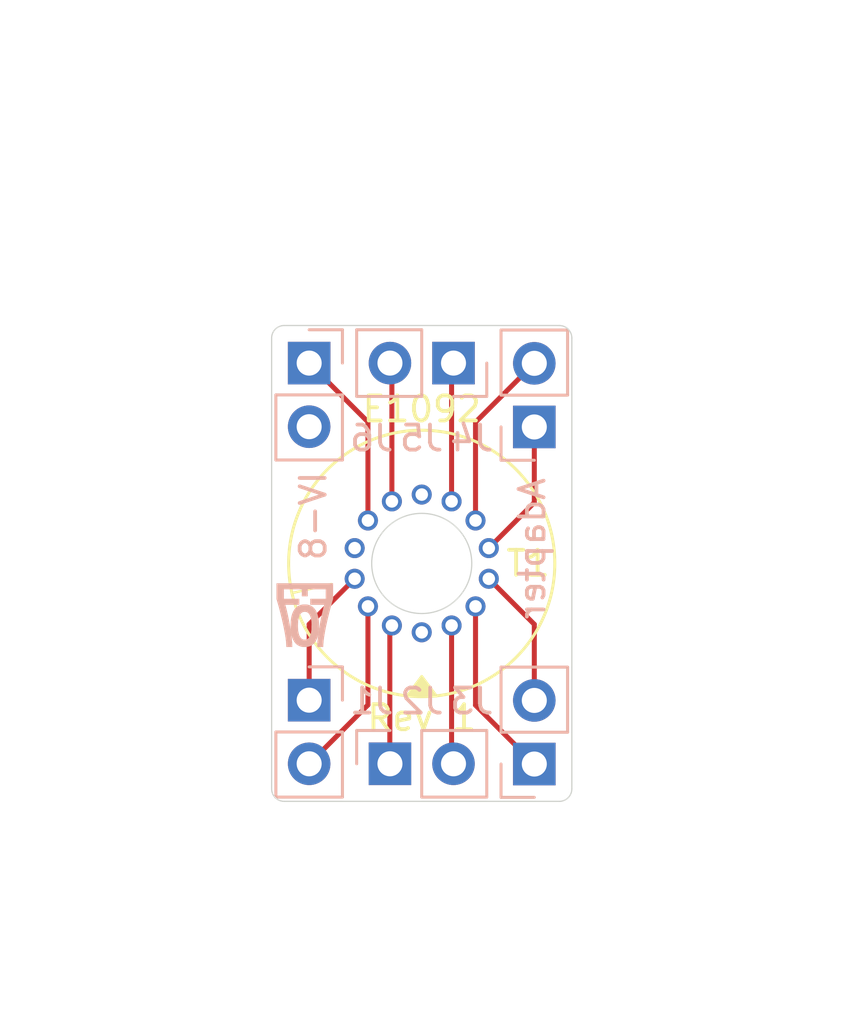
<source format=kicad_pcb>
(kicad_pcb (version 20241229) (generator "pcbnew") (generator_version "9.0")
  (title_block (title "IV-8 Module") (date "2025-04-06") (rev "1") (comment 1 "JB") (comment 2 "E1092"))
  (layers (0 "F.Cu" signal) (2 "B.Cu" signal) (13 "F.Paste" user) (15 "B.Paste" user) (5 "F.SilkS" user "F.Silkscreen") (7 "B.SilkS" user "B.Silkscreen") (1 "F.Mask" user) (3 "B.Mask" user) (25 "Edge.Cuts" user))
  (net 0 "")
  (net 1 "Net-(J4-Pin_2)")
  (net 2 "/FIL_A")
  (net 3 "Net-(J5-Pin_1)")
  (net 4 "Net-(J5-Pin_2)")
  (net 5 "Net-(J1-Pin_2)")
  (net 6 "Net-(J6-Pin_1)")
  (net 7 "Net-(J2-Pin_1)")
  (net 8 "/FIL_B")
  (net 9 "Net-(J2-Pin_2)")
  (net 10 "Net-(J3-Pin_2)")
  (net 11 "Net-(J3-Pin_1)")
  (footprint "Library:IV-8 VFD" (layer "F.Cu") (at 142.25 88.25)
    (property "Reference" "T1" (at 4.25 0 0) (layer "F.SilkS"))
    (property "Value" "IV-8 VFD Tube")
    (fp_line (start -5.1866 1.1838) (end -3.6072 0.8233) (stroke (width 0.1)) (layer "F.SilkS"))
    (fp_circle (center 0 0) (end 0 5.32) (stroke (width 0.12)) (fill no) (layer "F.SilkS"))
    (fp_poly (pts (xy -0.6 5.3) (xy 0 4.5) (xy 0.6 5.3)) (stroke (width 0.1)) (fill yes) (layer "F.SilkS"))
    (pad "1" thru_hole oval (at -2.681053 0.611925) (size 0.8 0.8) (drill 0.5) (layers "*.Cu" "*.Mask") (net 2 "/FIL_A"))
    (pad "2" thru_hole oval (at -2.15004 1.714591) (size 0.8 0.8) (drill 0.5) (layers "*.Cu" "*.Mask") (net 5 "Net-(J1-Pin_2)"))
    (pad "3" thru_hole oval (at -1.193186 2.477661) (size 0.8 0.8) (drill 0.5) (layers "*.Cu" "*.Mask") (net 7 "Net-(J2-Pin_1)"))
    (pad "4" thru_hole oval (at -0.000006 2.749999) (size 0.8 0.8) (drill 0.5) (layers "*.Cu" "*.Mask"))
    (pad "5" thru_hole oval (at 1.193174 2.477667) (size 0.8 0.8) (drill 0.5) (layers "*.Cu" "*.Mask") (net 9 "Net-(J2-Pin_2)"))
    (pad "6" thru_hole oval (at 2.150032 1.714602) (size 0.8 0.8) (drill 0.5) (layers "*.Cu" "*.Mask") (net 11 "Net-(J3-Pin_1)"))
    (pad "7" thru_hole oval (at 2.68105 0.611939) (size 0.8 0.8) (drill 0.5) (layers "*.Cu" "*.Mask") (net 10 "Net-(J3-Pin_2)"))
    (pad "8" thru_hole oval (at 2.681053 -0.611925) (size 0.8 0.8) (drill 0.5) (layers "*.Cu" "*.Mask") (net 8 "/FIL_B"))
    (pad "9" thru_hole oval (at 2.15004 -1.714591) (size 0.8 0.8) (drill 0.5) (layers "*.Cu" "*.Mask") (net 1 "Net-(J4-Pin_2)"))
    (pad "10" thru_hole oval (at 1.193186 -2.477661) (size 0.8 0.8) (drill 0.5) (layers "*.Cu" "*.Mask") (net 3 "Net-(J5-Pin_1)"))
    (pad "11" thru_hole oval (at 0.000006 -2.749999) (size 0.8 0.8) (drill 0.5) (layers "*.Cu" "*.Mask"))
    (pad "12" thru_hole oval (at -1.193174 -2.477667) (size 0.8 0.8) (drill 0.5) (layers "*.Cu" "*.Mask") (net 4 "Net-(J5-Pin_2)"))
    (pad "13" thru_hole oval (at -2.150032 -1.714602) (size 0.8 0.8) (drill 0.5) (layers "*.Cu" "*.Mask") (net 6 "Net-(J6-Pin_1)"))
    (pad "14" thru_hole oval (at -2.68105 -0.611939) (size 0.8 0.8) (drill 0.5) (layers "*.Cu" "*.Mask"))
  )
  (footprint "Connector_PinHeader_2.54mm:PinHeader_1x02_P2.54mm_Vertical" (layer "B.Cu") (at 137.75 93.71 180)
    (property "Reference" "J1" (at -2.5 -0.04 0) (layer "B.SilkS") (effects (justify mirror)))
    (property "Value" "Conn_01x02")
    (fp_line (start 1.33 -1.27) (end 1.33 -3.87) (stroke (width 0.12)) (layer "B.SilkS"))
    (fp_line (start -1.33 1.33) (end 0 1.33) (stroke (width 0.12)) (layer "B.SilkS"))
    (fp_line (start -1.33 0) (end -1.33 1.33) (stroke (width 0.12)) (layer "B.SilkS"))
    (fp_line (start -1.33 -1.27) (end 1.33 -1.27) (stroke (width 0.12)) (layer "B.SilkS"))
    (fp_line (start -1.33 -1.27) (end -1.33 -3.87) (stroke (width 0.12)) (layer "B.SilkS"))
    (fp_line (start -1.33 -3.87) (end 1.33 -3.87) (stroke (width 0.12)) (layer "B.SilkS"))
    (pad "1" thru_hole rect (at 0 0 180) (size 1.7 1.7) (drill 1) (layers "*.Cu" "*.Mask") (net 2 "/FIL_A"))
    (pad "2" thru_hole oval (at 0 -2.54 180) (size 1.7 1.7) (drill 1) (layers "*.Cu" "*.Mask") (net 5 "Net-(J1-Pin_2)"))
  )
  (footprint "Connector_PinHeader_2.54mm:PinHeader_1x02_P2.54mm_Vertical" (layer "B.Cu") (at 146.75 82.8)
    (property "Reference" "J4" (at -2.5 0.45 0) (layer "B.SilkS") (effects (justify mirror)))
    (property "Value" "Conn_01x02")
    (fp_line (start -1.33 -3.87) (end 1.33 -3.87) (stroke (width 0.12)) (layer "B.SilkS"))
    (fp_line (start -1.33 -1.27) (end -1.33 -3.87) (stroke (width 0.12)) (layer "B.SilkS"))
    (fp_line (start -1.33 -1.27) (end 1.33 -1.27) (stroke (width 0.12)) (layer "B.SilkS"))
    (fp_line (start -1.33 0) (end -1.33 1.33) (stroke (width 0.12)) (layer "B.SilkS"))
    (fp_line (start -1.33 1.33) (end 0 1.33) (stroke (width 0.12)) (layer "B.SilkS"))
    (fp_line (start 1.33 -1.27) (end 1.33 -3.87) (stroke (width 0.12)) (layer "B.SilkS"))
    (pad "1" thru_hole rect (at 0 0) (size 1.7 1.7) (drill 1) (layers "*.Cu" "*.Mask") (net 8 "/FIL_B"))
    (pad "2" thru_hole oval (at 0 -2.54) (size 1.7 1.7) (drill 1) (layers "*.Cu" "*.Mask") (net 1 "Net-(J4-Pin_2)"))
  )
  (footprint "Connector_PinHeader_2.54mm:PinHeader_1x02_P2.54mm_Vertical" (layer "B.Cu") (at 140.98 96.25 -90)
    (property "Reference" "J2" (at -2.5 -1.275 0) (layer "B.SilkS") (effects (justify mirror)))
    (property "Value" "Conn_01x02")
    (fp_line (start -1.33 1.33) (end 0 1.33) (stroke (width 0.12)) (layer "B.SilkS"))
    (fp_line (start -1.33 0) (end -1.33 1.33) (stroke (width 0.12)) (layer "B.SilkS"))
    (fp_line (start -1.33 -1.27) (end 1.33 -1.27) (stroke (width 0.12)) (layer "B.SilkS"))
    (fp_line (start -1.33 -1.27) (end -1.33 -3.87) (stroke (width 0.12)) (layer "B.SilkS"))
    (fp_line (start 1.33 -1.27) (end 1.33 -3.87) (stroke (width 0.12)) (layer "B.SilkS"))
    (fp_line (start -1.33 -3.87) (end 1.33 -3.87) (stroke (width 0.12)) (layer "B.SilkS"))
    (pad "1" thru_hole rect (at 0 0 270) (size 1.7 1.7) (drill 1) (layers "*.Cu" "*.Mask") (net 7 "Net-(J2-Pin_1)"))
    (pad "2" thru_hole oval (at 0 -2.54 270) (size 1.7 1.7) (drill 1) (layers "*.Cu" "*.Mask") (net 9 "Net-(J2-Pin_2)"))
  )
  (footprint "Connector_PinHeader_2.54mm:PinHeader_1x02_P2.54mm_Vertical" (layer "B.Cu") (at 137.75 80.25 180)
    (property "Reference" "J6" (at -2.5 -3 0) (layer "B.SilkS") (effects (justify mirror)))
    (property "Value" "Conn_01x02")
    (fp_line (start 1.33 -1.27) (end 1.33 -3.87) (stroke (width 0.12)) (layer "B.SilkS"))
    (fp_line (start -1.33 1.33) (end 0 1.33) (stroke (width 0.12)) (layer "B.SilkS"))
    (fp_line (start -1.33 0) (end -1.33 1.33) (stroke (width 0.12)) (layer "B.SilkS"))
    (fp_line (start -1.33 -1.27) (end 1.33 -1.27) (stroke (width 0.12)) (layer "B.SilkS"))
    (fp_line (start -1.33 -1.27) (end -1.33 -3.87) (stroke (width 0.12)) (layer "B.SilkS"))
    (fp_line (start -1.33 -3.87) (end 1.33 -3.87) (stroke (width 0.12)) (layer "B.SilkS"))
    (pad "1" thru_hole rect (at 0 0 180) (size 1.7 1.7) (drill 1) (layers "*.Cu" "*.Mask") (net 6 "Net-(J6-Pin_1)"))
    (pad "2" thru_hole oval (at 0 -2.54 180) (size 1.7 1.7) (drill 1) (layers "*.Cu" "*.Mask"))
  )
  (footprint "Connector_PinHeader_2.54mm:PinHeader_1x02_P2.54mm_Vertical" (layer "B.Cu") (at 146.75 96.26)
    (property "Reference" "J3" (at -2.5 -2.51 0) (layer "B.SilkS") (effects (justify mirror)))
    (property "Value" "Conn_01x02")
    (fp_line (start -1.33 -3.87) (end 1.33 -3.87) (stroke (width 0.12)) (layer "B.SilkS"))
    (fp_line (start -1.33 -1.27) (end -1.33 -3.87) (stroke (width 0.12)) (layer "B.SilkS"))
    (fp_line (start -1.33 -1.27) (end 1.33 -1.27) (stroke (width 0.12)) (layer "B.SilkS"))
    (fp_line (start -1.33 0) (end -1.33 1.33) (stroke (width 0.12)) (layer "B.SilkS"))
    (fp_line (start -1.33 1.33) (end 0 1.33) (stroke (width 0.12)) (layer "B.SilkS"))
    (fp_line (start 1.33 -1.27) (end 1.33 -3.87) (stroke (width 0.12)) (layer "B.SilkS"))
    (pad "1" thru_hole rect (at 0 0) (size 1.7 1.7) (drill 1) (layers "*.Cu" "*.Mask") (net 11 "Net-(J3-Pin_1)"))
    (pad "2" thru_hole oval (at 0 -2.54) (size 1.7 1.7) (drill 1) (layers "*.Cu" "*.Mask") (net 10 "Net-(J3-Pin_2)"))
  )
  (footprint "Connector_PinHeader_2.54mm:PinHeader_1x02_P2.54mm_Vertical" (layer "B.Cu") (at 143.52 80.25 90)
    (property "Reference" "J5" (at -3 -1.275 180) (layer "B.SilkS") (effects (justify mirror)))
    (property "Value" "Conn_01x02")
    (fp_line (start -1.33 -3.87) (end 1.33 -3.87) (stroke (width 0.12)) (layer "B.SilkS"))
    (fp_line (start 1.33 -1.27) (end 1.33 -3.87) (stroke (width 0.12)) (layer "B.SilkS"))
    (fp_line (start -1.33 -1.27) (end -1.33 -3.87) (stroke (width 0.12)) (layer "B.SilkS"))
    (fp_line (start -1.33 -1.27) (end 1.33 -1.27) (stroke (width 0.12)) (layer "B.SilkS"))
    (fp_line (start -1.33 0) (end -1.33 1.33) (stroke (width 0.12)) (layer "B.SilkS"))
    (fp_line (start -1.33 1.33) (end 0 1.33) (stroke (width 0.12)) (layer "B.SilkS"))
    (pad "1" thru_hole rect (at 0 0 90) (size 1.7 1.7) (drill 1) (layers "*.Cu" "*.Mask") (net 3 "Net-(J5-Pin_1)"))
    (pad "2" thru_hole oval (at 0 -2.54 90) (size 1.7 1.7) (drill 1) (layers "*.Cu" "*.Mask") (net 4 "Net-(J5-Pin_2)"))
  )
  (gr_poly (pts (xy 137.518528 89.895388) (xy 137.481312 89.899302) (xy 137.439647 89.906924) (xy 137.394686 89.919491) (xy 137.347582 89.938236) (xy 137.323588 89.950313) (xy 137.29949 89.964398) (xy 137.275434 89.980646) (xy 137.251563 89.999212) (xy 137.228021 90.020249) (xy 137.204954 90.043913) (xy 137.182504 90.070358) (xy 137.160817 90.099738) (xy 137.140036 90.132208) (xy 137.120305 90.167922) (xy 137.101769 90.207035) (xy 137.084572 90.249702) (xy 137.068859 90.296077) (xy 137.054772 90.346314) (xy 137.042457 90.400567) (xy 137.032058 90.458992) (xy 137.023719 90.521743) (xy 137.017584 90.588975) (xy 137.013797 90.660841) (xy 137.012503 90.737496) (xy 137.013797 90.814151) (xy 137.017584 90.886017) (xy 137.023719 90.953249) (xy 137.032058 91.016) (xy 137.042458 91.074425) (xy 137.054772 91.128679) (xy 137.068859 91.178915) (xy 137.084572 91.22529) (xy 137.101769 91.267957) (xy 137.120305 91.30707) (xy 137.140036 91.342784) (xy 137.160817 91.375255) (xy 137.182504 91.404635) (xy 137.204954 91.431079) (xy 137.228021 91.454743) (xy 137.251563 91.475781) (xy 137.275434 91.494346) (xy 137.29949 91.510594) (xy 137.323588 91.524679) (xy 137.347582 91.536756) (xy 137.37133 91.546979) (xy 137.394686 91.555502) (xy 137.417506 91.56248) (xy 137.439647 91.568068) (xy 137.481312 91.57569) (xy 137.518528 91.579605) (xy 137.574998 91.581253) (xy 137.631467 91.579605) (xy 137.668683 91.57569) (xy 137.710348 91.568068) (xy 137.75531 91.555502) (xy 137.802413 91.536756) (xy 137.826408 91.524679) (xy 137.850505 91.510594) (xy 137.874562 91.494346) (xy 137.898433 91.475781) (xy 137.921974 91.454743) (xy 137.945042 91.431079) (xy 137.967491 91.404635) (xy 137.989179 91.375255) (xy 138.00996 91.342784) (xy 138.02969 91.30707) (xy 138.048226 91.267957) (xy 138.065423 91.22529) (xy 138.081137 91.178915) (xy 138.095223 91.128679) (xy 138.107538 91.074425) (xy 138.117937 91.016) (xy 138.126276 90.953249) (xy 138.132411 90.886017) (xy 138.136198 90.814151) (xy 138.137492 90.737496) (xy 137.85626 90.737496) (xy 137.855612 90.7886) (xy 137.853719 90.83651) (xy 137.850651 90.881331) (xy 137.846481 90.923165) (xy 137.841281 90.962115) (xy 137.835124 90.998283) (xy 137.82808 91.031774) (xy 137.820223 91.06269) (xy 137.811624 91.091135) (xy 137.802355 91.11721) (xy 137.792489 91.141019) (xy 137.782098 91.162665) (xy 137.771254 91.182252) (xy 137.760028 91.199881) (xy 137.748494 91.215656) (xy 137.736722 91.229681) (xy 137.724786 91.242057) (xy 137.712757 91.252889) (xy 137.700708 91.262279) (xy 137.68871 91.270329) (xy 137.676836 91.277144) (xy 137.665157 91.282826) (xy 137.653746 91.287478) (xy 137.642675 91.291203) (xy 137.632016 91.294103) (xy 137.621842 91.296283) (xy 137.603233 91.298892) (xy 137.587426 91.299854) (xy 137.574998 91.299991) (xy 137.546762 91.298892) (xy 137.528154 91.296283) (xy 137.50732 91.291203) (xy 137.484838 91.282826) (xy 137.461285 91.270329) (xy 137.437238 91.252889) (xy 137.425209 91.242057) (xy 137.413273 91.229681) (xy 137.401502 91.215656) (xy 137.389967 91.199881) (xy 137.378742 91.182252) (xy 137.367897 91.162665) (xy 137.357506 91.141019) (xy 137.34764 91.11721) (xy 137.338372 91.091135) (xy 137.329773 91.06269) (xy 137.321915 91.031774) (xy 137.314872 90.998283) (xy 137.308714 90.962115) (xy 137.303514 90.923165) (xy 137.299344 90.881331) (xy 137.296276 90.83651) (xy 137.294383 90.7886) (xy 137.293736 90.737496) (xy 137.294383 90.686392) (xy 137.296276 90.638482) (xy 137.299344 90.593661) (xy 137.303514 90.551827) (xy 137.308714 90.512877) (xy 137.314872 90.476709) (xy 137.321915 90.443218) (xy 137.329773 90.412302) (xy 137.338372 90.383857) (xy 137.34764 90.357782) (xy 137.357506 90.333973) (xy 137.367897 90.312327) (xy 137.378742 90.292741) (xy 137.389967 90.275111) (xy 137.401501 90.259336) (xy 137.413273 90.245311) (xy 137.425209 90.232935) (xy 137.437238 90.222103) (xy 137.449287 90.212714) (xy 137.461285 90.204663) (xy 137.47316 90.197848) (xy 137.484838 90.192166) (xy 137.496249 90.187515) (xy 137.50732 90.18379) (xy 137.517979 90.180889) (xy 137.528153 90.178709) (xy 137.546762 90.1761) (xy 137.562569 90.175139) (xy 137.574998 90.175002) (xy 137.603233 90.1761) (xy 137.621842 90.178709) (xy 137.642675 90.18379) (xy 137.665157 90.192167) (xy 137.68871 90.204663) (xy 137.712757 90.222103) (xy 137.724786 90.232935) (xy 137.736722 90.245311) (xy 137.748494 90.259336) (xy 137.760028 90.275111) (xy 137.771254 90.292741) (xy 137.782098 90.312327) (xy 137.792489 90.333973) (xy 137.802355 90.357782) (xy 137.811624 90.383858) (xy 137.820223 90.412302) (xy 137.82808 90.443218) (xy 137.835124 90.476709) (xy 137.841281 90.512878) (xy 137.846481 90.551827) (xy 137.850651 90.593661) (xy 137.853719 90.638482) (xy 137.855612 90.686392) (xy 137.85626 90.737496) (xy 138.137492 90.737496) (xy 138.136198 90.660841) (xy 138.132411 90.588975) (xy 138.126276 90.521743) (xy 138.117937 90.458993) (xy 138.107538 90.400567) (xy 138.095223 90.346314) (xy 138.081137 90.296077) (xy 138.065423 90.249702) (xy 138.048226 90.207036) (xy 138.02969 90.167922) (xy 138.00996 90.132208) (xy 137.989179 90.099738) (xy 137.967491 90.070358) (xy 137.945042 90.043913) (xy 137.921974 90.020249) (xy 137.898432 89.999212) (xy 137.874562 89.980646) (xy 137.850505 89.964398) (xy 137.826408 89.950313) (xy 137.802413 89.938237) (xy 137.778666 89.928014) (xy 137.755309 89.919491) (xy 137.732489 89.912512) (xy 137.710348 89.906924) (xy 137.668683 89.899302) (xy 137.631467 89.895388) (xy 137.574998 89.89374)) (stroke (width 0.014906)) (fill yes) (layer "B.SilkS"))
  (gr_poly (pts (xy 136.450009 89.66874) (xy 136.535263 89.959658) (xy 136.599314 90.199709) (xy 136.66798 90.477333) (xy 136.734009 90.773415) (xy 136.79015 91.068837) (xy 136.812246 91.210327) (xy 136.829152 91.344484) (xy 136.83996 91.468918) (xy 136.843764 91.58124) (xy 137.06875 91.58124) (xy 137.066209 91.471445) (xy 137.058971 91.354153) (xy 137.047614 91.231093) (xy 137.032713 91.103996) (xy 137.014845 90.974592) (xy 136.994588 90.844611) (xy 136.949213 90.589841) (xy 136.9012 90.353528) (xy 136.855165 90.149515) (xy 136.815723 89.991643) (xy 136.787488 89.893755) (xy 137.350012 89.893755) (xy 137.350012 89.66874) (xy 136.731241 89.66874) (xy 136.731249 89.275) (xy 137.462499 89.275) (xy 137.462499 89.55625) (xy 137.687499 89.55625) (xy 137.687499 89.275) (xy 138.418749 89.275) (xy 138.418754 89.66874) (xy 137.800013 89.66874) (xy 137.800013 89.893755) (xy 138.362508 89.893755) (xy 138.334272 89.991643) (xy 138.29483 90.149514) (xy 138.248796 90.353528) (xy 138.200783 90.589841) (xy 138.155407 90.844611) (xy 138.117283 91.103996) (xy 138.102382 91.231093) (xy 138.091024 91.354153) (xy 138.083787 91.471445) (xy 138.081246 91.58124) (xy 138.306261 91.58124) (xy 138.310065 91.468918) (xy 138.320872 91.344484) (xy 138.337776 91.210327) (xy 138.359871 91.068837) (xy 138.38625 90.922403) (xy 138.416007 90.773415) (xy 138.48203 90.477333) (xy 138.550691 90.199709) (xy 138.614737 89.959658) (xy 138.666919 89.776296) (xy 138.699987 89.66874) (xy 138.699999 89.05) (xy 136.45 89.05)) (stroke (width 0.014906)) (fill yes) (layer "B.SilkS"))
  (gr_arc (start 136.75 97.75) (mid 136.396447 97.603553) (end 136.25 97.25) (stroke (width 0.05)) (layer "Edge.Cuts"))
  (gr_line (start 136.75 97.75) (end 147.75 97.75) (stroke (width 0.05)) (layer "Edge.Cuts"))
  (gr_line (start 148.25 97.25) (end 148.25 79.25) (stroke (width 0.05)) (layer "Edge.Cuts"))
  (gr_arc (start 147.75 78.75) (mid 148.103553 78.896447) (end 148.25 79.25) (stroke (width 0.05)) (layer "Edge.Cuts"))
  (gr_line (start 147.75 78.75) (end 136.75 78.75) (stroke (width 0.05)) (layer "Edge.Cuts"))
  (gr_arc (start 136.25 79.25) (mid 136.396447 78.896447) (end 136.75 78.75) (stroke (width 0.05)) (layer "Edge.Cuts"))
  (gr_circle (center 142.25 88.25) (end 144.25 88.25) (stroke (width 0.05)) (fill no) (layer "Edge.Cuts"))
  (gr_line (start 136.25 79.25) (end 136.25 97.25) (stroke (width 0.05)) (layer "Edge.Cuts"))
  (gr_arc (start 148.25 97.25) (mid 148.103553 97.603553) (end 147.75 97.75) (stroke (width 0.05)) (layer "Edge.Cuts"))
  (gr_text "Rev 1" (at 142.25 95 0) (layer "F.SilkS") (effects (font (size 1 1)) (justify bottom)))
  (gr_text "E1092" (at 142.25 81.5 0) (layer "F.SilkS") (effects (font (size 1 1)) (justify top)))
  (gr_text "Adapter" (at 147.25 84.75 90) (layer "B.SilkS") (effects (font (size 1 1)) (justify left bottom mirror)))
  (gr_text "IV-8" (at 138.5 84.5 90) (layer "B.SilkS") (effects (font (size 1 1)) (justify left bottom mirror)))
  (segment (start 146.75 80.26) (end 144.40004 82.60996) (width 0.2) (layer "F.Cu") (net 1))
  (segment (start 144.40004 82.60996) (end 144.40004 86.535409) (width 0.2) (layer "F.Cu") (net 1))
  (segment (start 139.568947 88.861925) (end 137.75 90.680872) (width 0.2) (layer "F.Cu") (net 2))
  (segment (start 137.75 90.680872) (end 137.75 93.71) (width 0.2) (layer "F.Cu") (net 2))
  (segment (start 143.443186 85.772339) (end 143.443186 80.331814) (width 0.2) (layer "F.Cu") (net 3))
  (segment (start 143.443186 80.331814) (end 143.525 80.25) (width 0.2) (layer "F.Cu") (net 3))
  (segment (start 141.056826 85.772333) (end 141.056826 80.321826) (width 0.2) (layer "F.Cu") (net 4))
  (segment (start 141.056826 80.321826) (end 140.985 80.25) (width 0.2) (layer "F.Cu") (net 4))
  (segment (start 140.09996 89.964591) (end 140.09996 93.90004) (width 0.2) (layer "F.Cu") (net 5))
  (segment (start 140.09996 93.90004) (end 137.75 96.25) (width 0.2) (layer "F.Cu") (net 5))
  (segment (start 140.099968 82.599968) (end 140.099968 86.535398) (width 0.2) (layer "F.Cu") (net 6))
  (segment (start 137.75 80.25) (end 140.099968 82.599968) (width 0.2) (layer "F.Cu") (net 6))
  (segment (start 140.975 90.809475) (end 141.056814 90.727661) (width 0.2) (layer "F.Cu") (net 7))
  (segment (start 140.975 96.25) (end 140.975 90.809475) (width 0.2) (layer "F.Cu") (net 7))
  (segment (start 146.75 82.8) (end 146.75 85.819128) (width 0.2) (layer "F.Cu") (net 8))
  (segment (start 146.75 85.819128) (end 144.931053 87.638075) (width 0.2) (layer "F.Cu") (net 8))
  (segment (start 143.443174 96.178174) (end 143.515 96.25) (width 0.2) (layer "F.Cu") (net 9))
  (segment (start 143.443174 90.727667) (end 143.443174 96.178174) (width 0.2) (layer "F.Cu") (net 9))
  (segment (start 146.75 90.680889) (end 146.75 93.72) (width 0.2) (layer "F.Cu") (net 10))
  (segment (start 144.93105 88.861939) (end 146.75 90.680889) (width 0.2) (layer "F.Cu") (net 10))
  (segment (start 144.400032 89.964602) (end 144.400032 93.910032) (width 0.2) (layer "F.Cu") (net 11))
  (segment (start 144.400032 93.910032) (end 146.75 96.26) (width 0.2) (layer "F.Cu") (net 11))
)
</source>
